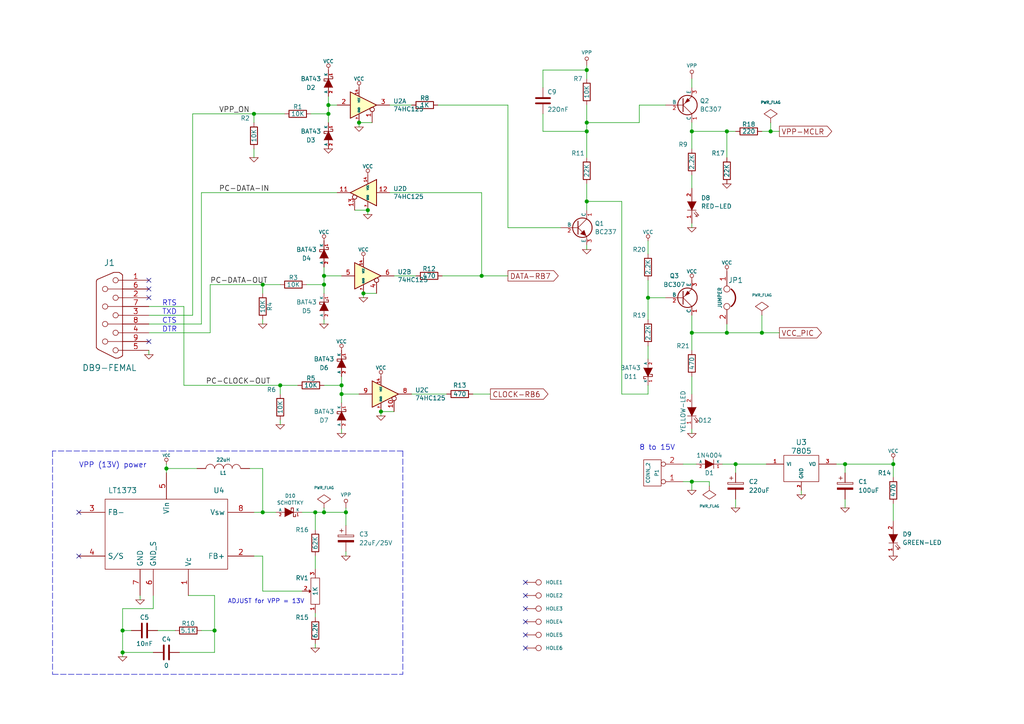
<source format=kicad_sch>
(kicad_sch (version 20241209) (generator "eeschema") (generator_version "9.0")
  (paper "A4")
  (title_block (title "JDM - COM84 PIC Programmer with 13V DC/DC converter") (date "Sun 22 Mar 2015") (rev "2") (company "KiCad"))
  (lib_symbols
    (symbol "flat_hierarchy_schlib:74LS125" (pin_names (offset 0.254))
      (property "Reference" "U" (at 5.08 3.81 0))
      (property "Value" "74LS125" (at 7.62 -2.54 0))
      (symbol "74LS125_0_0"
        (pin power_in line (at -1.27 5.08 270) (length 2.54) (name "VCC") (number "14"))
        (pin power_in line (at -1.27 -5.08 90) (length 2.54) (name "GND") (number "7"))
      )
      (symbol "74LS125_1_0"
        (polyline (pts (xy -3.81 3.81) (xy -3.81 -3.81) (xy 3.81 0) (xy -3.81 3.81)) (stroke (width 0.254)) (fill (type background)))
        (pin input line (at -7.62 0 0) (length 3.81) (name "~") (number "2"))
        (pin input inverted (at 2.54 -5.08 90) (length 4.445) (name "~") (number "1"))
        (pin tri_state line (at 7.62 0 180) (length 3.81) (name "~") (number "3"))
      )
      (symbol "74LS125_2_0"
        (polyline (pts (xy -3.81 3.81) (xy -3.81 -3.81) (xy 3.81 0) (xy -3.81 3.81)) (stroke (width 0.254)) (fill (type background)))
        (pin input line (at -7.62 0 0) (length 3.81) (name "~") (number "5"))
        (pin input inverted (at 2.54 -5.08 90) (length 4.445) (name "~") (number "4"))
        (pin tri_state line (at 7.62 0 180) (length 3.81) (name "~") (number "6"))
      )
      (symbol "74LS125_3_0"
        (polyline (pts (xy -3.81 3.81) (xy -3.81 -3.81) (xy 3.81 0) (xy -3.81 3.81)) (stroke (width 0.254)) (fill (type background)))
        (pin input line (at -7.62 0 0) (length 3.81) (name "~") (number "9"))
        (pin input inverted (at 2.54 -5.08 90) (length 4.445) (name "~") (number "10"))
        (pin tri_state line (at 7.62 0 180) (length 3.81) (name "~") (number "8"))
      )
      (symbol "74LS125_4_0"
        (polyline (pts (xy -3.81 3.81) (xy -3.81 -3.81) (xy 3.81 0) (xy -3.81 3.81)) (stroke (width 0.254)) (fill (type background)))
        (pin input line (at -7.62 0 0) (length 3.81) (name "~") (number "12"))
        (pin input inverted (at 2.54 -5.08 90) (length 4.445) (name "~") (number "13"))
        (pin tri_state line (at 7.62 0 180) (length 3.81) (name "~") (number "11"))
      )
    )
    (symbol "flat_hierarchy_schlib:7805" (pin_names (offset 0.762))
      (property "Reference" "U" (at 3.81 -4.9784 0))
      (property "Value" "7805" (at 0 5.08 0))
      (symbol "7805_0_1"
        (rectangle (start -5.08 -3.81) (end 5.08 3.81))
      )
      (symbol "7805_1_1"
        (pin input line (at -10.16 1.27 0) (length 5.08) (name "VI") (number "1"))
        (pin input line (at 0 -6.35 90) (length 2.54) (name "GND") (number "2"))
        (pin power_out line (at 10.16 1.27 180) (length 5.08) (name "VO") (number "3"))
      )
    )
    (symbol "flat_hierarchy_schlib:BC237" (pin_names (offset 0))
      (property "Reference" "Q" (at 0 -3.81 0))
      (property "Value" "BC237" (at 0 3.81 0))
      (property "Footprint" "Package_TO_SOT_THT:TO-92" (at -2.54 -5.08 0))
      (symbol "BC237_0_1"
        (polyline (pts (xy 0 1.905) (xy 0 -1.905) (xy 0 -1.905)) (stroke (width 0.254)))
        (polyline (pts (xy 0 0) (xy 2.54 2.54)))
        (circle (center 1.27 0) (radius 2.8194) (stroke (width 0.254)))
        (polyline (pts (xy 1.27 -1.27) (xy 0 0) (xy 0 0)))
        (polyline (pts (xy 2.286 -2.286) (xy 1.778 -0.762) (xy 0.762 -1.778) (xy 2.286 -2.286) (xy 2.286 -2.286)) (fill (type outline)))
        (polyline (pts (xy 2.286 -2.286) (xy 2.54 -2.54) (xy 2.54 -2.54)))
      )
      (symbol "BC237_1_1"
        (pin input line (at -5.08 0 0) (length 5.08) (name "B") (number "2"))
        (pin passive line (at 2.54 5.08 270) (length 2.54) (name "C") (number "1"))
        (pin passive line (at 2.54 -5.08 90) (length 2.54) (name "E") (number "3"))
      )
    )
    (symbol "flat_hierarchy_schlib:BC307" (pin_names (offset 0))
      (property "Reference" "Q" (at 0 -3.81 0))
      (property "Value" "BC307" (at 0 3.81 0))
      (property "Footprint" "Package_TO_SOT_THT:TO-92" (at -2.54 -5.08 0))
      (symbol "BC307_0_1"
        (polyline (pts (xy 0 1.905) (xy 0 -1.905) (xy 0 -1.905)) (stroke (width 0.254)) (fill (type outline)))
        (polyline (pts (xy 0 0) (xy 2.54 2.54)))
        (polyline (pts (xy 0.635 -0.635) (xy 0 0) (xy 0 0)))
        (polyline (pts (xy 0.635 -0.635) (xy 1.27 -1.905) (xy 1.905 -1.27) (xy 0.635 -0.635) (xy 0.635 -0.635)) (fill (type outline)))
        (circle (center 1.27 0) (radius 2.8194) (stroke (width 0.254)))
        (polyline (pts (xy 2.54 -2.54) (xy 1.651 -1.651) (xy 1.651 -1.651)))
      )
      (symbol "BC307_1_1"
        (pin input line (at -5.08 0 0) (length 5.08) (name "B") (number "2"))
        (pin passive line (at 2.54 5.08 270) (length 2.54) (name "C") (number "1"))
        (pin passive line (at 2.54 -5.08 90) (length 2.54) (name "E") (number "3"))
      )
    )
    (symbol "flat_hierarchy_schlib:C" (pin_numbers (hide yes)) (pin_names (offset 0.254))
      (property "Reference" "C" (at 0.635 2.54 0))
      (property "Value" "C" (at 0.635 -2.54 0))
      (symbol "C_0_1"
        (polyline (pts (xy -2.032 0.762) (xy 2.032 0.762)) (stroke (width 0.508)))
        (polyline (pts (xy -2.032 -0.762) (xy 2.032 -0.762)) (stroke (width 0.508)))
      )
      (symbol "C_1_1"
        (pin passive line (at 0 3.81 270) (length 2.794) (name "~") (number "1"))
        (pin passive line (at 0 -3.81 90) (length 2.794) (name "~") (number "2"))
      )
    )
    (symbol "flat_hierarchy_schlib:CONN_1" (pin_numbers (hide yes)) (pin_names (offset 0.762) (hide yes))
      (property "Reference" "P" (at 2.032 0 0))
      (symbol "CONN_1_0_1"
        (polyline (pts (xy -0.762 0) (xy -1.27 0)))
        (circle (center 0 0) (radius 0.7874))
      )
      (symbol "CONN_1_1_1"
        (pin passive line (at -3.81 0 0) (length 2.54) (name "1") (number "~"))
      )
    )
    (symbol "flat_hierarchy_schlib:CONN_2" (pin_names (offset 1.016) (hide yes))
      (property "Reference" "P" (at -1.27 0 90))
      (property "Value" "CONN_2" (at 1.27 0 90))
      (symbol "CONN_2_0_1"
        (rectangle (start -2.54 3.81) (end 2.54 -3.81))
      )
      (symbol "CONN_2_1_1"
        (pin passive inverted (at -8.89 2.54 0) (length 6.35) (name "P1") (number "1"))
        (pin passive inverted (at -8.89 -2.54 0) (length 6.35) (name "PM") (number "2"))
      )
    )
    (symbol "flat_hierarchy_schlib:CP" (pin_numbers (hide yes)) (pin_names (offset 0.254))
      (property "Reference" "C" (at 0.635 2.54 0))
      (property "Value" "CP" (at 0.635 -2.54 0))
      (symbol "CP_0_1"
        (rectangle (start -2.286 0.508) (end 2.286 0.508))
        (rectangle (start -2.286 0.508) (end -2.286 1.016))
        (rectangle (start -1.778 2.286) (end -0.762 2.286))
        (rectangle (start -1.27 1.778) (end -1.27 2.794))
        (rectangle (start 2.286 1.016) (end 2.286 0.508))
        (rectangle (start 2.286 1.016) (end -2.286 1.016))
        (rectangle (start 2.286 -0.508) (end -2.286 -1.016) (fill (type outline)))
      )
      (symbol "CP_1_1"
        (pin passive line (at 0 3.81 270) (length 2.794) (name "~") (number "1"))
        (pin passive line (at 0 -3.81 90) (length 2.794) (name "~") (number "2"))
      )
    )
    (symbol "flat_hierarchy_schlib:D" (pin_names (offset 0))
      (property "Reference" "D" (at 0 2.54 0))
      (property "Value" "D" (at 0 -2.54 0))
      (symbol "D_0_1"
        (polyline (pts (xy -1.27 1.27) (xy -1.27 -1.27)) (stroke (width 0.1524)))
        (polyline (pts (xy 1.27 1.27) (xy -1.27 0) (xy 1.27 -1.27)) (fill (type outline)))
      )
      (symbol "D_1_1"
        (pin passive line (at -3.81 0 0) (length 2.54) (name "K") (number "1"))
        (pin passive line (at 3.81 0 180) (length 2.54) (name "A") (number "2"))
      )
    )
    (symbol "flat_hierarchy_schlib:DB9" (pin_names (offset 1.016) (hide yes))
      (property "Reference" "J" (at 0 13.97 0))
      (property "Value" "DB9" (at 0 -13.97 0))
      (symbol "DB9_0_1"
        (polyline (pts (xy -3.81 10.16) (xy -2.54 10.16)))
        (polyline (pts (xy -3.81 7.62) (xy 0.508 7.62)))
        (polyline (pts (xy -3.81 5.08) (xy -2.54 5.08)))
        (polyline (pts (xy -3.81 2.54) (xy 0.508 2.54)))
        (polyline (pts (xy -3.81 0) (xy -2.54 0)))
        (polyline (pts (xy -3.81 -2.54) (xy 0.508 -2.54)))
        (polyline (pts (xy -3.81 -5.08) (xy -2.54 -5.08)))
        (polyline (pts (xy -3.81 -7.62) (xy 0.508 -7.62)))
        (polyline (pts (xy -3.81 -10.16) (xy -2.54 -10.16)))
        (polyline (pts (xy -3.81 -11.6586) (xy -3.556 -11.938)) (stroke (width 0.2032)))
        (polyline (pts (xy -3.81 -11.684) (xy -3.81 11.684)) (stroke (width 0.2032)))
        (polyline (pts (xy -3.556 11.938) (xy -3.81 11.684)) (stroke (width 0.2032)))
        (polyline (pts (xy -3.556 11.938) (xy -2.54 12.446)) (stroke (width 0.2032)))
        (polyline (pts (xy -3.556 -11.938) (xy -2.794 -12.446)) (stroke (width 0.2032)))
        (polyline (pts (xy -2.794 -12.446) (xy -1.27 -12.446)) (stroke (width 0.2032)))
        (polyline (pts (xy -2.54 12.446) (xy -1.778 12.446)) (stroke (width 0.2032)))
        (circle (center -1.778 10.16) (radius 0.762))
        (circle (center -1.778 5.08) (radius 0.762))
        (circle (center -1.778 0) (radius 0.762))
        (circle (center -1.778 -5.08) (radius 0.762))
        (circle (center -1.778 -10.16) (radius 0.762))
        (circle (center 1.27 7.62) (radius 0.762))
        (circle (center 1.27 2.54) (radius 0.762))
        (circle (center 1.27 -2.54) (radius 0.762))
        (circle (center 1.27 -7.62) (radius 0.762))
        (polyline (pts (xy 3.2766 9.906) (xy -1.778 12.446)) (stroke (width 0.2032)))
        (polyline (pts (xy 3.2766 9.906) (xy 3.81 9.398)) (stroke (width 0.2032)))
        (polyline (pts (xy 3.556 -10.3886) (xy -1.27 -12.446)) (stroke (width 0.2032)))
        (polyline (pts (xy 3.81 9.398) (xy 3.81 -9.906)) (stroke (width 0.2032)))
        (polyline (pts (xy 3.81 -9.906) (xy 3.556 -10.3886)) (stroke (width 0.2032)))
      )
      (symbol "DB9_1_1"
        (pin passive line (at -11.43 10.16 0) (length 7.62) (name "5") (number "5"))
        (pin passive line (at -11.43 7.62 0) (length 7.62) (name "P9") (number "9"))
        (pin passive line (at -11.43 5.08 0) (length 7.62) (name "4") (number "4"))
        (pin passive line (at -11.43 2.54 0) (length 7.62) (name "P8") (number "8"))
        (pin passive line (at -11.43 0 0) (length 7.62) (name "3") (number "3"))
        (pin passive line (at -11.43 -2.54 0) (length 7.62) (name "P7") (number "7"))
        (pin passive line (at -11.43 -5.08 0) (length 7.62) (name "2") (number "2"))
        (pin passive line (at -11.43 -7.62 0) (length 7.62) (name "P6") (number "6"))
        (pin passive line (at -11.43 -10.16 0) (length 7.62) (name "1") (number "1"))
      )
    )
    (symbol "flat_hierarchy_schlib:D_Schottky" (pin_names (offset 0))
      (property "Reference" "D" (at 0 2.54 0))
      (property "Value" "D_Schottky" (at 0 -2.54 0))
      (symbol "D_Schottky_0_1"
        (polyline (pts (xy -1.905 0.635) (xy -1.905 1.27) (xy -1.27 1.27) (xy -1.27 -1.27) (xy -0.635 -1.27) (xy -0.635 -0.635)) (stroke (width 0.2032)))
        (polyline (pts (xy 1.27 1.27) (xy -1.27 0) (xy 1.27 -1.27)) (fill (type outline)))
      )
      (symbol "D_Schottky_1_1"
        (pin passive line (at -3.81 0 0) (length 2.54) (name "K") (number "1"))
        (pin passive line (at 3.81 0 180) (length 2.54) (name "A") (number "2"))
      )
    )
    (symbol "flat_hierarchy_schlib:GND" (power) (pin_names (offset 0))
      (symbol "GND_0_1"
        (polyline (pts (xy -1.27 0) (xy 0 -1.27) (xy 1.27 0) (xy -1.27 0)))
      )
      (symbol "GND_1_1"
        (pin power_in line (at 0 0 90) (length 0) (hide yes) (name "GND") (number "1"))
      )
    )
    (symbol "flat_hierarchy_schlib:INDUCTOR" (pin_numbers (hide yes)) (pin_names (offset 1.016) (hide yes))
      (property "Reference" "L" (at -1.27 0 90))
      (property "Value" "INDUCTOR" (at 2.54 0 90))
      (symbol "INDUCTOR_0_1"
        (arc (start 0.0254 4.9784) (mid 1.1942 3.7719) (end 0.0254 2.5654))
        (arc (start 0.0254 2.5908) (mid 1.2704 1.3081) (end 0.0254 0.0254))
        (arc (start 0.0254 0.0508) (mid 1.2704 -1.2319) (end 0.0254 -2.5146))
        (arc (start 0.0254 -2.54) (mid 1.245 -3.7973) (end 0.0254 -5.0546))
      )
      (symbol "INDUCTOR_1_1"
        (pin passive line (at 0 7.62 270) (length 2.54) (name "1") (number "1"))
        (pin passive line (at 0 -7.62 90) (length 2.54) (name "2") (number "2"))
      )
    )
    (symbol "flat_hierarchy_schlib:JUMPER" (pin_names (offset 0.762) (hide yes))
      (property "Reference" "JP" (at 0 3.81 0))
      (property "Value" "JUMPER" (at 0 -2.032 0))
      (symbol "JUMPER_0_1"
        (circle (center -2.54 0) (radius 0.889))
        (arc (start -2.4892 1.27) (mid 0.0127 2.5097) (end 2.5146 1.27) (stroke (width 0.381)))
        (circle (center 2.54 0) (radius 0.889))
        (pin passive line (at -7.62 0 0) (length 4.191) (name "1") (number "1"))
        (pin passive line (at 7.62 0 180) (length 4.191) (name "2") (number "2"))
      )
    )
    (symbol "flat_hierarchy_schlib:LED" (pin_names (offset 1.016) (hide yes))
      (property "Reference" "D" (at 0 2.54 0))
      (property "Value" "LED" (at 0 -2.54 0))
      (symbol "LED_0_1"
        (polyline (pts (xy -2.032 -0.635) (xy -3.175 -1.651) (xy -3.048 -1.016)))
        (polyline (pts (xy -1.651 -1.016) (xy -2.794 -2.032) (xy -2.667 -1.397)))
        (polyline (pts (xy -1.27 1.27) (xy -1.27 -1.27)))
        (polyline (pts (xy 1.27 1.27) (xy -1.27 0) (xy 1.27 -1.27)) (fill (type outline)))
      )
      (symbol "LED_1_1"
        (pin passive line (at -5.08 0 0) (length 3.81) (name "K") (number "1"))
        (pin passive line (at 5.08 0 180) (length 3.81) (name "A") (number "2"))
      )
    )
    (symbol "flat_hierarchy_schlib:LT1373" (pin_names (offset 0.762))
      (property "Reference" "U" (at 15.24 12.7 0))
      (property "Value" "LT1373" (at -12.7 12.7 0))
      (symbol "LT1373_0_1"
        (rectangle (start -17.78 -10.16) (end 17.78 10.16))
      )
      (symbol "LT1373_1_1"
        (pin passive line (at -25.4 6.35 0) (length 7.62) (name "FB-") (number "3"))
        (pin passive line (at -25.4 -6.35 0) (length 7.62) (name "S/S") (number "4"))
        (pin input line (at -7.62 -17.78 90) (length 7.62) (name "GND") (number "7"))
        (pin input line (at -3.81 -17.78 90) (length 7.62) (name "GND_S") (number "6"))
        (pin power_in line (at 0 17.78 270) (length 7.62) (name "Vin") (number "5"))
        (pin input line (at 6.35 -17.78 90) (length 7.62) (name "Vc") (number "1"))
        (pin input line (at 25.4 6.35 180) (length 7.62) (name "Vsw") (number "8"))
        (pin input line (at 25.4 -6.35 180) (length 7.62) (name "FB+") (number "2"))
      )
    )
    (symbol "flat_hierarchy_schlib:POT" (pin_names (offset 1.016) (hide yes))
      (property "Reference" "RV" (at 0 -2.54 0))
      (property "Value" "POT" (at 0 0 0))
      (symbol "POT_0_1"
        (rectangle (start -3.81 1.27) (end 3.81 -1.27))
        (polyline (pts (xy 0 1.27) (xy -0.508 1.778) (xy 0.508 1.778)) (fill (type outline)))
      )
      (symbol "POT_1_1"
        (pin passive line (at -6.35 0 0) (length 2.54) (name "1") (number "1"))
        (pin passive line (at 0 3.81 270) (length 2.032) (name "2") (number "2"))
        (pin passive line (at 6.35 0 180) (length 2.54) (name "3") (number "3"))
      )
    )
    (symbol "flat_hierarchy_schlib:PWR_FLAG" (power) (pin_numbers (hide yes)) (pin_names (offset 0) (hide yes))
      (property "Value" "PWR_FLAG" (at 0 4.572 0))
      (symbol "PWR_FLAG_0_0"
        (pin power_out line (at 0 0 90) (length 0) (name "pwr") (number "1"))
      )
      (symbol "PWR_FLAG_0_1"
        (polyline (pts (xy 0 0) (xy 0 1.27) (xy -1.905 2.54) (xy 0 3.81) (xy 1.905 2.54) (xy 0 1.27)))
      )
    )
    (symbol "flat_hierarchy_schlib:R" (pin_numbers (hide yes)) (pin_names (offset 0))
      (property "Reference" "R" (at 2.032 0 90))
      (property "Value" "R" (at 0 0 90))
      (symbol "R_0_1"
        (rectangle (start -1.016 -2.54) (end 1.016 2.54) (stroke (width 0.254)))
      )
      (symbol "R_1_1"
        (pin passive line (at 0 3.81 270) (length 1.27) (name "~") (number "1"))
        (pin passive line (at 0 -3.81 90) (length 1.27) (name "~") (number "2"))
      )
    )
    (symbol "flat_hierarchy_schlib:VCC" (power) (pin_names (offset 0))
      (property "Value" "VCC" (at 0 2.54 0))
      (symbol "VCC_0_0"
        (pin power_in line (at 0 0 90) (length 0) (hide yes) (name "VCC") (number "1"))
      )
      (symbol "VCC_0_1"
        (circle (center 0 1.27) (radius 0.508))
        (polyline (pts (xy 0 0) (xy 0 0.762) (xy 0 0.762)))
      )
    )
    (symbol "flat_hierarchy_schlib:VPP" (pin_names (offset 0))
      (property "Value" "VPP" (at 0 3.81 0))
      (symbol "VPP_0_0"
        (pin power_in line (at 0 0 90) (length 0) (hide yes) (name "VPP") (number "1"))
      )
      (symbol "VPP_0_1"
        (circle (center 0 2.032) (radius 0.508))
        (polyline (pts (xy 0 1.524) (xy 0 0)))
      )
    )
  )
  (text "TXD" (at 46.99 91.44 0) (effects (font (size 1.524 1.524)) (justify left bottom)))
  (text "CTS" (at 46.99 93.98 0) (effects (font (size 1.524 1.524)) (justify left bottom)))
  (text "DTR" (at 46.99 96.52 0) (effects (font (size 1.524 1.524)) (justify left bottom)))
  (text "VPP (13V) power" (at 22.86 135.89 0) (effects (font (size 1.524 1.524)) (justify left bottom)))
  (text "ADJUST for VPP = 13V" (at 66.04 175.26 0) (effects (font (size 1.27 1.27)) (justify left bottom)))
  (text "RTS" (at 46.99 88.9 0) (effects (font (size 1.524 1.524)) (justify left bottom)))
  (text "8 to 15V" (at 185.42 130.81 0) (effects (font (size 1.524 1.524)) (justify left bottom)))
  (junction (at 76.2 82.55) (diameter 1.016))
  (junction (at 200.66 139.7) (diameter 1.016))
  (junction (at 95.25 30.48) (diameter 1.016))
  (junction (at 110.49 119.38) (diameter 1.016))
  (junction (at 210.82 38.1) (diameter 1.016))
  (junction (at 210.82 96.52) (diameter 1.016))
  (junction (at 170.18 20.32) (diameter 1.016))
  (junction (at 139.7 80.01) (diameter 1.016))
  (junction (at 259.08 134.62) (diameter 1.016))
  (junction (at 170.18 58.42) (diameter 1.016))
  (junction (at 93.98 80.01) (diameter 1.016))
  (junction (at 170.18 35.56) (diameter 1.016))
  (junction (at 200.66 38.1) (diameter 1.016))
  (junction (at 62.23 182.88) (diameter 1.016))
  (junction (at 93.98 148.59) (diameter 1.016))
  (junction (at 99.06 114.3) (diameter 1.016))
  (junction (at 223.52 38.1) (diameter 1.016))
  (junction (at 35.56 189.23) (diameter 1.016))
  (junction (at 245.11 134.62) (diameter 1.016))
  (junction (at 48.26 135.89) (diameter 1.016))
  (junction (at 76.2 148.59) (diameter 1.016))
  (junction (at 220.98 96.52) (diameter 1.016))
  (junction (at 105.41 85.09) (diameter 1.016))
  (junction (at 73.66 33.02) (diameter 1.016))
  (junction (at 81.28 111.76) (diameter 1.016))
  (junction (at 93.98 82.55) (diameter 1.016))
  (junction (at 187.96 86.36) (diameter 1.016))
  (junction (at 213.36 134.62) (diameter 1.016))
  (junction (at 35.56 182.88) (diameter 1.016))
  (junction (at 170.18 38.1) (diameter 1.016))
  (junction (at 104.14 35.56) (diameter 1.016))
  (junction (at 95.25 33.02) (diameter 1.016))
  (junction (at 200.66 96.52) (diameter 1.016))
  (junction (at 99.06 111.76) (diameter 1.016))
  (junction (at 100.33 148.59) (diameter 1.016))
  (junction (at 106.68 60.96) (diameter 1.016))
  (junction (at 91.44 148.59) (diameter 1.016))
  (no_connect (at 152.4 184.15))
  (no_connect (at 43.18 81.28))
  (no_connect (at 22.86 161.29))
  (no_connect (at 152.4 172.72))
  (no_connect (at 152.4 176.53))
  (no_connect (at 152.4 187.96))
  (no_connect (at 22.86 148.59))
  (no_connect (at 152.4 180.34))
  (no_connect (at 152.4 168.91))
  (no_connect (at 43.18 83.82))
  (no_connect (at 43.18 86.36))
  (no_connect (at 43.18 99.06))
  (wire (pts (xy 113.03 30.48) (xy 119.38 30.48)))
  (wire (pts (xy 220.98 38.1) (xy 223.52 38.1)))
  (wire (pts (xy 200.66 109.22) (xy 200.66 114.3)))
  (wire (pts (xy 93.98 111.76) (xy 99.06 111.76)))
  (wire (pts (xy 53.34 88.9) (xy 43.18 88.9)))
  (wire (pts (xy 102.87 60.96) (xy 106.68 60.96)))
  (wire (pts (xy 35.56 189.23) (xy 35.56 190.5)))
  (wire (pts (xy 87.63 148.59) (xy 91.44 148.59)))
  (wire (pts (xy 139.7 80.01) (xy 147.32 80.01)))
  (wire (pts (xy 73.66 148.59) (xy 76.2 148.59)))
  (wire (pts (xy 76.2 82.55) (xy 81.28 82.55)))
  (wire (pts (xy 210.82 38.1) (xy 213.36 38.1)))
  (wire (pts (xy 81.28 114.3) (xy 81.28 111.76)))
  (wire (pts (xy 73.66 45.72) (xy 73.66 43.18)))
  (wire (pts (xy 55.88 33.02) (xy 73.66 33.02)))
  (wire (pts (xy 245.11 134.62) (xy 245.11 137.16)))
  (polyline (pts (xy 15.24 195.58) (xy 116.84 195.58)) (stroke (width 0) (type dash)))
  (wire (pts (xy 110.49 120.65) (xy 110.49 119.38)))
  (wire (pts (xy 93.98 77.47) (xy 93.98 80.01)))
  (wire (pts (xy 200.66 96.52) (xy 200.66 101.6)))
  (wire (pts (xy 105.41 85.09) (xy 105.41 86.36)))
  (wire (pts (xy 187.96 86.36) (xy 187.96 92.71)))
  (wire (pts (xy 180.34 114.3) (xy 180.34 58.42)))
  (wire (pts (xy 200.66 124.46) (xy 200.66 125.73)))
  (wire (pts (xy 93.98 82.55) (xy 93.98 85.09)))
  (wire (pts (xy 210.82 96.52) (xy 220.98 96.52)))
  (wire (pts (xy 187.96 81.28) (xy 187.96 86.36)))
  (wire (pts (xy 100.33 161.29) (xy 100.33 160.02)))
  (wire (pts (xy 99.06 111.76) (xy 99.06 114.3)))
  (wire (pts (xy 245.11 144.78) (xy 245.11 147.32)))
  (wire (pts (xy 58.42 55.88) (xy 97.79 55.88)))
  (wire (pts (xy 76.2 148.59) (xy 80.01 148.59)))
  (wire (pts (xy 232.41 143.51) (xy 232.41 142.24)))
  (wire (pts (xy 200.66 38.1) (xy 200.66 43.18)))
  (wire (pts (xy 200.66 50.8) (xy 200.66 54.61)))
  (wire (pts (xy 62.23 172.72) (xy 62.23 182.88)))
  (wire (pts (xy 58.42 182.88) (xy 62.23 182.88)))
  (wire (pts (xy 91.44 161.29) (xy 91.44 165.1)))
  (wire (pts (xy 170.18 30.48) (xy 170.18 35.56)))
  (wire (pts (xy 60.96 82.55) (xy 60.96 96.52)))
  (wire (pts (xy 60.96 96.52) (xy 43.18 96.52)))
  (wire (pts (xy 73.66 35.56) (xy 73.66 33.02)))
  (wire (pts (xy 110.49 119.38) (xy 114.3 119.38)))
  (wire (pts (xy 95.25 30.48) (xy 95.25 33.02)))
  (wire (pts (xy 170.18 53.34) (xy 170.18 58.42)))
  (wire (pts (xy 76.2 92.71) (xy 76.2 93.98)))
  (wire (pts (xy 185.42 30.48) (xy 185.42 35.56)))
  (wire (pts (xy 259.08 134.62) (xy 259.08 138.43)))
  (wire (pts (xy 100.33 147.32) (xy 100.33 148.59)))
  (wire (pts (xy 223.52 35.56) (xy 223.52 38.1)))
  (wire (pts (xy 91.44 148.59) (xy 91.44 153.67)))
  (wire (pts (xy 93.98 147.32) (xy 93.98 148.59)))
  (wire (pts (xy 223.52 38.1) (xy 226.06 38.1)))
  (wire (pts (xy 53.34 111.76) (xy 53.34 88.9)))
  (wire (pts (xy 62.23 182.88) (xy 62.23 189.23)))
  (wire (pts (xy 95.25 27.94) (xy 95.25 30.48)))
  (wire (pts (xy 99.06 125.73) (xy 99.06 124.46)))
  (wire (pts (xy 90.17 33.02) (xy 95.25 33.02)))
  (wire (pts (xy 35.56 182.88) (xy 38.1 182.88)))
  (wire (pts (xy 35.56 176.53) (xy 35.56 182.88)))
  (wire (pts (xy 187.96 114.3) (xy 180.34 114.3)))
  (wire (pts (xy 245.11 134.62) (xy 259.08 134.62)))
  (wire (pts (xy 99.06 109.22) (xy 99.06 111.76)))
  (wire (pts (xy 76.2 135.89) (xy 76.2 148.59)))
  (wire (pts (xy 209.55 134.62) (xy 213.36 134.62)))
  (wire (pts (xy 242.57 134.62) (xy 245.11 134.62)))
  (wire (pts (xy 95.25 30.48) (xy 97.79 30.48)))
  (wire (pts (xy 104.14 35.56) (xy 107.95 35.56)))
  (wire (pts (xy 157.48 33.02) (xy 157.48 38.1)))
  (wire (pts (xy 44.45 176.53) (xy 35.56 176.53)))
  (wire (pts (xy 44.45 172.72) (xy 44.45 176.53)))
  (wire (pts (xy 210.82 96.52) (xy 210.82 93.98)))
  (wire (pts (xy 127 30.48) (xy 147.32 30.48)))
  (wire (pts (xy 88.9 82.55) (xy 93.98 82.55)))
  (wire (pts (xy 100.33 148.59) (xy 100.33 152.4)))
  (wire (pts (xy 193.04 30.48) (xy 185.42 30.48)))
  (wire (pts (xy 170.18 38.1) (xy 170.18 45.72)))
  (wire (pts (xy 220.98 96.52) (xy 220.98 91.44)))
  (wire (pts (xy 198.12 139.7) (xy 200.66 139.7)))
  (wire (pts (xy 205.74 139.7) (xy 205.74 140.97)))
  (wire (pts (xy 170.18 20.32) (xy 170.18 22.86)))
  (wire (pts (xy 200.66 96.52) (xy 210.82 96.52)))
  (wire (pts (xy 170.18 58.42) (xy 170.18 60.96)))
  (wire (pts (xy 95.25 33.02) (xy 95.25 35.56)))
  (wire (pts (xy 113.03 55.88) (xy 139.7 55.88)))
  (wire (pts (xy 200.66 38.1) (xy 210.82 38.1)))
  (wire (pts (xy 73.66 161.29) (xy 76.2 161.29)))
  (polyline (pts (xy 15.24 130.81) (xy 15.24 195.58)) (stroke (width 0) (type dash)))
  (wire (pts (xy 48.26 134.62) (xy 48.26 135.89)))
  (wire (pts (xy 200.66 91.44) (xy 200.66 96.52)))
  (wire (pts (xy 91.44 177.8) (xy 91.44 179.07)))
  (wire (pts (xy 200.66 35.56) (xy 200.66 38.1)))
  (wire (pts (xy 147.32 30.48) (xy 147.32 66.04)))
  (wire (pts (xy 170.18 19.05) (xy 170.18 20.32)))
  (wire (pts (xy 185.42 35.56) (xy 170.18 35.56)))
  (wire (pts (xy 198.12 134.62) (xy 201.93 134.62)))
  (wire (pts (xy 55.88 33.02) (xy 55.88 91.44)))
  (wire (pts (xy 91.44 187.96) (xy 91.44 186.69)))
  (polyline (pts (xy 116.84 130.81) (xy 15.24 130.81)) (stroke (width 0) (type dash)))
  (wire (pts (xy 53.34 111.76) (xy 81.28 111.76)))
  (wire (pts (xy 104.14 114.3) (xy 99.06 114.3)))
  (wire (pts (xy 114.3 80.01) (xy 120.65 80.01)))
  (wire (pts (xy 157.48 25.4) (xy 157.48 20.32)))
  (wire (pts (xy 52.07 189.23) (xy 62.23 189.23)))
  (wire (pts (xy 91.44 148.59) (xy 93.98 148.59)))
  (wire (pts (xy 200.66 25.4) (xy 200.66 22.86)))
  (wire (pts (xy 139.7 55.88) (xy 139.7 80.01)))
  (wire (pts (xy 119.38 114.3) (xy 129.54 114.3)))
  (wire (pts (xy 106.68 62.23) (xy 106.68 60.96)))
  (wire (pts (xy 58.42 93.98) (xy 58.42 55.88)))
  (wire (pts (xy 187.96 69.85) (xy 187.96 73.66)))
  (wire (pts (xy 259.08 146.05) (xy 259.08 151.13)))
  (wire (pts (xy 73.66 33.02) (xy 82.55 33.02)))
  (wire (pts (xy 93.98 148.59) (xy 100.33 148.59)))
  (wire (pts (xy 142.24 114.3) (xy 137.16 114.3)))
  (wire (pts (xy 105.41 85.09) (xy 109.22 85.09)))
  (wire (pts (xy 259.08 133.35) (xy 259.08 134.62)))
  (wire (pts (xy 157.48 20.32) (xy 170.18 20.32)))
  (wire (pts (xy 60.96 82.55) (xy 76.2 82.55)))
  (wire (pts (xy 193.04 86.36) (xy 187.96 86.36)))
  (wire (pts (xy 128.27 80.01) (xy 139.7 80.01)))
  (wire (pts (xy 45.72 182.88) (xy 50.8 182.88)))
  (wire (pts (xy 147.32 66.04) (xy 162.56 66.04)))
  (wire (pts (xy 170.18 58.42) (xy 180.34 58.42)))
  (wire (pts (xy 200.66 64.77) (xy 200.66 66.04)))
  (wire (pts (xy 213.36 144.78) (xy 213.36 147.32)))
  (wire (pts (xy 48.26 135.89) (xy 57.15 135.89)))
  (wire (pts (xy 93.98 80.01) (xy 93.98 82.55)))
  (wire (pts (xy 213.36 134.62) (xy 213.36 137.16)))
  (wire (pts (xy 187.96 111.76) (xy 187.96 114.3)))
  (wire (pts (xy 76.2 82.55) (xy 76.2 85.09)))
  (wire (pts (xy 187.96 100.33) (xy 187.96 104.14)))
  (wire (pts (xy 93.98 93.98) (xy 93.98 92.71)))
  (polyline (pts (xy 116.84 130.81) (xy 116.84 195.58)) (stroke (width 0) (type dash)))
  (wire (pts (xy 99.06 80.01) (xy 93.98 80.01)))
  (wire (pts (xy 81.28 123.19) (xy 81.28 121.92)))
  (wire (pts (xy 76.2 171.45) (xy 87.63 171.45)))
  (wire (pts (xy 55.88 91.44) (xy 43.18 91.44)))
  (wire (pts (xy 54.61 172.72) (xy 62.23 172.72)))
  (wire (pts (xy 170.18 35.56) (xy 170.18 38.1)))
  (wire (pts (xy 200.66 139.7) (xy 205.74 139.7)))
  (wire (pts (xy 72.39 135.89) (xy 76.2 135.89)))
  (wire (pts (xy 43.18 102.87) (xy 43.18 101.6)))
  (wire (pts (xy 200.66 142.24) (xy 200.66 139.7)))
  (wire (pts (xy 76.2 161.29) (xy 76.2 171.45)))
  (wire (pts (xy 104.14 36.83) (xy 104.14 35.56)))
  (wire (pts (xy 35.56 182.88) (xy 35.56 189.23)))
  (wire (pts (xy 81.28 111.76) (xy 86.36 111.76)))
  (wire (pts (xy 43.18 93.98) (xy 58.42 93.98)))
  (wire (pts (xy 99.06 114.3) (xy 99.06 116.84)))
  (wire (pts (xy 40.64 173.99) (xy 40.64 172.72)))
  (wire (pts (xy 220.98 96.52) (xy 226.06 96.52)))
  (wire (pts (xy 170.18 72.39) (xy 170.18 71.12)))
  (wire (pts (xy 157.48 38.1) (xy 170.18 38.1)))
  (wire (pts (xy 213.36 134.62) (xy 222.25 134.62)))
  (wire (pts (xy 35.56 189.23) (xy 44.45 189.23)))
  (wire (pts (xy 48.26 135.89) (xy 48.26 137.16)))
  (wire (pts (xy 210.82 38.1) (xy 210.82 45.72)))
  (label "PC-CLOCK-OUT" (at 59.69 111.76 0) (effects (font (size 1.524 1.524))))
  (label "PC-DATA-OUT" (at 60.96 82.55 0) (effects (font (size 1.524 1.524))))
  (label "VPP_ON" (at 63.5 33.02 0) (effects (font (size 1.524 1.524))))
  (label "PC-DATA-IN" (at 63.5 55.88 0) (effects (font (size 1.524 1.524))))
  (global_label "VCC_PIC" (shape output) (at 226.06 96.52 0) (effects (font (size 1.524 1.524))) (property "Intersheetrefs" "${INTERSHEET_REFS}" (at 238.1307 96.52 0) (effects (justify left))))
  (global_label "CLOCK-RB6" (shape output) (at 142.24 114.3 0) (effects (font (size 1.524 1.524))) (property "Intersheetrefs" "${INTERSHEET_REFS}" (at 158.8102 114.3 0) (effects (justify left))))
  (global_label "VPP-MCLR" (shape output) (at 226.06 38.1 0) (effects (font (size 1.524 1.524))) (property "Intersheetrefs" "${INTERSHEET_REFS}" (at 241.1062 38.1 0) (effects (justify left))))
  (global_label "DATA-RB7" (shape output) (at 147.32 80.01 0) (effects (font (size 1.524 1.524))) (property "Intersheetrefs" "${INTERSHEET_REFS}" (at 161.7856 80.01 0) (effects (justify left))))
  (symbol (lib_id "flat_hierarchy_schlib:DB9") (at 31.75 91.44 180) (unit 1)
    (property "Reference" "J1" (at 31.75 76.2 0) (effects (font (size 1.778 1.778))))
    (property "Value" "DB9-FEMAL" (at 31.75 106.68 0) (effects (font (size 1.778 1.778))))
    (property "Footprint" "Connector_Dsub:DSUB-9_Female_Horizontal_P2.77x2.84mm_EdgePinOffset7.70mm_Housed_MountingHolesOffset9.12mm" (effects (hide yes)))
  )
  (symbol (lib_id "flat_hierarchy_schlib:74LS125") (at 105.41 30.48 0) (unit 1)
    (property "Reference" "U2" (at 114.0461 29.3306 0) (effects (justify left)))
    (property "Value" "74HC125" (at 114.0461 31.6293 0) (effects (justify left)))
    (property "Footprint" "Package_DIP:DIP-14_W7.62mm_LongPads" (effects (hide yes)))
  )
  (symbol (lib_id "flat_hierarchy_schlib:R") (at 86.36 33.02 90) (unit 1)
    (property "Reference" "R1" (at 86.36 30.988 90))
    (property "Value" "10K" (at 86.36 33.02 90))
    (property "Footprint" "pic_programmer_fp:R_Axial_DIN0207_L6.3mm_D2.5mm_P10.16mm_Horizontal" (effects (hide yes)))
  )
  (symbol (lib_id "flat_hierarchy_schlib:R") (at 73.66 39.37 0) (unit 1)
    (property "Reference" "R2" (at 71.12 34.29 0))
    (property "Value" "10K" (at 73.66 39.37 90))
    (property "Footprint" "pic_programmer_fp:R_Axial_DIN0207_L6.3mm_D2.5mm_P10.16mm_Horizontal" (effects (hide yes)))
  )
  (symbol (lib_id "flat_hierarchy_schlib:D_Schottky") (at 95.25 24.13 270) (unit 1)
    (property "Reference" "D2" (at 90.17 25.4 90))
    (property "Value" "BAT43" (at 90.17 22.86 90))
    (property "Footprint" "pic_programmer_fp:D_DO-35_SOD27_P7.62mm_Horizontal" (effects (hide yes)))
  )
  (symbol (lib_id "flat_hierarchy_schlib:D_Schottky") (at 95.25 39.37 270) (unit 1)
    (property "Reference" "D3" (at 90.17 40.64 90))
    (property "Value" "BAT43" (at 90.17 38.1 90))
    (property "Footprint" "pic_programmer_fp:D_DO-35_SOD27_P7.62mm_Horizontal" (effects (hide yes)))
  )
  (symbol (lib_id "flat_hierarchy_schlib:GND") (at 104.14 36.83 0) (unit 1)
    (property "Reference" "#PWR046" (effects (hide yes)))
    (property "Value" "GND" (effects (hide yes)))
  )
  (symbol (lib_id "flat_hierarchy_schlib:GND") (at 95.25 43.18 0) (unit 1)
    (property "Reference" "#PWR045" (effects (hide yes)))
    (property "Value" "GND" (effects (hide yes)))
  )
  (symbol (lib_id "flat_hierarchy_schlib:VCC") (at 95.25 20.32 0) (unit 1)
    (property "Reference" "#PWR044" (effects (hide yes)))
    (property "Value" "VCC" (at 95.25 17.78 0) (effects (font (size 1.016 1.016))))
  )
  (symbol (lib_id "flat_hierarchy_schlib:74LS125") (at 106.68 80.01 0) (unit 2)
    (property "Reference" "U2" (at 115.3161 78.8606 0) (effects (justify left)))
    (property "Value" "74HC125" (at 115.3161 81.1593 0) (effects (justify left)))
    (property "Footprint" "Package_DIP:DIP-14_W7.62mm_LongPads" (effects (hide yes)))
  )
  (symbol (lib_id "flat_hierarchy_schlib:R") (at 85.09 82.55 90) (unit 1)
    (property "Reference" "R3" (at 85.09 80.518 90))
    (property "Value" "10K" (at 85.09 82.55 90))
    (property "Footprint" "pic_programmer_fp:R_Axial_DIN0207_L6.3mm_D2.5mm_P10.16mm_Horizontal" (effects (hide yes)))
  )
  (symbol (lib_id "flat_hierarchy_schlib:R") (at 76.2 88.9 0) (unit 1)
    (property "Reference" "R4" (at 78.232 88.9 90))
    (property "Value" "10K" (at 76.2 88.9 90))
    (property "Footprint" "pic_programmer_fp:R_Axial_DIN0207_L6.3mm_D2.5mm_P10.16mm_Horizontal" (effects (hide yes)))
  )
  (symbol (lib_id "flat_hierarchy_schlib:D_Schottky") (at 93.98 73.66 270) (unit 1)
    (property "Reference" "D4" (at 88.9 74.93 90))
    (property "Value" "BAT43" (at 88.9 72.39 90))
    (property "Footprint" "pic_programmer_fp:D_DO-35_SOD27_P7.62mm_Horizontal" (effects (hide yes)))
  )
  (symbol (lib_id "flat_hierarchy_schlib:D_Schottky") (at 93.98 88.9 270) (unit 1)
    (property "Reference" "D5" (at 88.9 90.17 90))
    (property "Value" "BAT43" (at 88.9 87.63 90))
    (property "Footprint" "pic_programmer_fp:D_DO-35_SOD27_P7.62mm_Horizontal" (effects (hide yes)))
  )
  (symbol (lib_id "flat_hierarchy_schlib:GND") (at 105.41 86.36 0) (unit 1)
    (property "Reference" "#PWR043" (effects (hide yes)))
    (property "Value" "GND" (effects (hide yes)))
  )
  (symbol (lib_id "flat_hierarchy_schlib:GND") (at 93.98 93.98 0) (unit 1)
    (property "Reference" "#PWR042" (effects (hide yes)))
    (property "Value" "GND" (effects (hide yes)))
  )
  (symbol (lib_id "flat_hierarchy_schlib:VCC") (at 93.98 69.85 0) (unit 1)
    (property "Reference" "#PWR041" (effects (hide yes)))
    (property "Value" "VCC" (at 93.98 67.31 0) (effects (font (size 1.016 1.016))))
  )
  (symbol (lib_id "flat_hierarchy_schlib:74LS125") (at 111.76 114.3 0) (unit 3)
    (property "Reference" "U2" (at 120.3961 113.1506 0) (effects (justify left)))
    (property "Value" "74HC125" (at 120.3961 115.4493 0) (effects (justify left)))
    (property "Footprint" "Package_DIP:DIP-14_W7.62mm_LongPads" (effects (hide yes)))
  )
  (symbol (lib_id "flat_hierarchy_schlib:R") (at 90.17 111.76 90) (unit 1)
    (property "Reference" "R5" (at 90.17 109.728 90))
    (property "Value" "10K" (at 90.17 111.76 90))
    (property "Footprint" "pic_programmer_fp:R_Axial_DIN0207_L6.3mm_D2.5mm_P10.16mm_Horizontal" (effects (hide yes)))
  )
  (symbol (lib_id "flat_hierarchy_schlib:R") (at 81.28 118.11 0) (unit 1)
    (property "Reference" "R6" (at 78.74 113.03 0))
    (property "Value" "10K" (at 81.28 118.11 90))
    (property "Footprint" "pic_programmer_fp:R_Axial_DIN0207_L6.3mm_D2.5mm_P10.16mm_Horizontal" (effects (hide yes)))
  )
  (symbol (lib_id "flat_hierarchy_schlib:D_Schottky") (at 99.06 105.41 270) (unit 1)
    (property "Reference" "D6" (at 93.98 106.68 90))
    (property "Value" "BAT43" (at 93.98 104.14 90))
    (property "Footprint" "pic_programmer_fp:D_DO-35_SOD27_P7.62mm_Horizontal" (effects (hide yes)))
  )
  (symbol (lib_id "flat_hierarchy_schlib:D_Schottky") (at 99.06 120.65 270) (unit 1)
    (property "Reference" "D7" (at 93.98 121.92 90))
    (property "Value" "BAT43" (at 93.98 119.38 90))
    (property "Footprint" "pic_programmer_fp:D_DO-35_SOD27_P7.62mm_Horizontal" (effects (hide yes)))
  )
  (symbol (lib_id "flat_hierarchy_schlib:GND") (at 110.49 120.65 0) (unit 1)
    (property "Reference" "#PWR040" (effects (hide yes)))
    (property "Value" "GND" (effects (hide yes)))
  )
  (symbol (lib_id "flat_hierarchy_schlib:GND") (at 99.06 125.73 0) (unit 1)
    (property "Reference" "#PWR039" (effects (hide yes)))
    (property "Value" "GND" (effects (hide yes)))
  )
  (symbol (lib_id "flat_hierarchy_schlib:VCC") (at 99.06 101.6 0) (unit 1)
    (property "Reference" "#PWR038" (effects (hide yes)))
    (property "Value" "VCC" (at 99.06 99.06 0) (effects (font (size 1.016 1.016))))
  )
  (symbol (lib_id "flat_hierarchy_schlib:74LS125") (at 105.41 55.88 0) (mirror y) (unit 4)
    (property "Reference" "U2" (at 114.0461 54.7306 0) (effects (justify right)))
    (property "Value" "74HC125" (at 114.0461 57.0293 0) (effects (justify right)))
    (property "Footprint" "Package_DIP:DIP-14_W7.62mm_LongPads" (effects (hide yes)))
  )
  (symbol (lib_id "flat_hierarchy_schlib:GND") (at 106.68 62.23 0) (unit 1)
    (property "Reference" "#PWR037" (effects (hide yes)))
    (property "Value" "GND" (effects (hide yes)))
  )
  (symbol (lib_id "flat_hierarchy_schlib:R") (at 124.46 80.01 90) (unit 1)
    (property "Reference" "R12" (at 124.46 77.978 90))
    (property "Value" "470" (at 124.46 80.01 90))
    (property "Footprint" "pic_programmer_fp:R_Axial_DIN0207_L6.3mm_D2.5mm_P10.16mm_Horizontal" (effects (hide yes)))
  )
  (symbol (lib_id "flat_hierarchy_schlib:R") (at 133.35 114.3 90) (unit 1)
    (property "Reference" "R13" (at 133.35 111.76 90))
    (property "Value" "470" (at 133.35 114.3 90))
    (property "Footprint" "pic_programmer_fp:R_Axial_DIN0207_L6.3mm_D2.5mm_P10.16mm_Horizontal" (effects (hide yes)))
  )
  (symbol (lib_id "flat_hierarchy_schlib:R") (at 123.19 30.48 90) (unit 1)
    (property "Reference" "R8" (at 123.19 28.448 90))
    (property "Value" "1K" (at 123.19 30.48 90))
    (property "Footprint" "pic_programmer_fp:R_Axial_DIN0207_L6.3mm_D2.5mm_P10.16mm_Horizontal" (effects (hide yes)))
  )
  (symbol (lib_id "flat_hierarchy_schlib:GND") (at 76.2 93.98 0) (unit 1)
    (property "Reference" "#PWR036" (effects (hide yes)))
    (property "Value" "GND" (effects (hide yes)))
  )
  (symbol (lib_id "flat_hierarchy_schlib:GND") (at 81.28 123.19 0) (unit 1)
    (property "Reference" "#PWR035" (effects (hide yes)))
    (property "Value" "GND" (effects (hide yes)))
  )
  (symbol (lib_id "flat_hierarchy_schlib:GND") (at 73.66 45.72 0) (unit 1)
    (property "Reference" "#PWR034" (effects (hide yes)))
    (property "Value" "GND" (effects (hide yes)))
  )
  (symbol (lib_id "flat_hierarchy_schlib:GND") (at 43.18 102.87 0) (unit 1)
    (property "Reference" "#PWR033" (effects (hide yes)))
    (property "Value" "GND" (effects (hide yes)))
  )
  (symbol (lib_id "flat_hierarchy_schlib:BC237") (at 167.64 66.04 0) (unit 1)
    (property "Reference" "Q1" (at 172.4914 64.8278 0) (effects (justify left)))
    (property "Value" "BC237" (at 172.4914 67.2521 0) (effects (justify left)))
    (property "Footprint" "pic_programmer_fp:TO-92" (effects (hide yes)))
  )
  (symbol (lib_id "flat_hierarchy_schlib:GND") (at 170.18 72.39 0) (unit 1)
    (property "Reference" "#PWR032" (effects (hide yes)))
    (property "Value" "GND" (effects (hide yes)))
  )
  (symbol (lib_id "flat_hierarchy_schlib:R") (at 170.18 49.53 180) (unit 1)
    (property "Reference" "R11" (at 167.64 44.45 0))
    (property "Value" "22K" (at 170.18 49.53 90))
    (property "Footprint" "pic_programmer_fp:R_Axial_DIN0207_L6.3mm_D2.5mm_P10.16mm_Horizontal" (effects (hide yes)))
  )
  (symbol (lib_id "flat_hierarchy_schlib:R") (at 170.18 26.67 0) (unit 1)
    (property "Reference" "R7" (at 167.64 22.86 0))
    (property "Value" "10K" (at 170.18 26.67 90))
    (property "Footprint" "pic_programmer_fp:R_Axial_DIN0207_L6.3mm_D2.5mm_P10.16mm_Horizontal" (effects (hide yes)))
  )
  (symbol (lib_id "flat_hierarchy_schlib:BC307") (at 198.12 30.48 0) (mirror x) (unit 1)
    (property "Reference" "Q2" (at 202.9714 29.2678 0) (effects (justify left)))
    (property "Value" "BC307" (at 202.9714 31.6921 0) (effects (justify left)))
    (property "Footprint" "pic_programmer_fp:TO-92" (effects (hide yes)))
  )
  (symbol (lib_id "flat_hierarchy_schlib:VPP") (at 170.18 19.05 0) (unit 1)
    (property "Reference" "#PWR22" (effects (hide yes)))
    (property "Value" "VPP" (at 170.18 15.24 0) (effects (font (size 1.016 1.016))))
  )
  (symbol (lib_id "flat_hierarchy_schlib:VPP") (at 200.66 22.86 0) (unit 1)
    (property "Reference" "#PWR23" (effects (hide yes)))
    (property "Value" "VPP" (at 200.66 19.05 0) (effects (font (size 1.016 1.016))))
  )
  (symbol (lib_id "flat_hierarchy_schlib:R") (at 200.66 46.99 0) (unit 1)
    (property "Reference" "R9" (at 198.12 41.91 0))
    (property "Value" "2.2K" (at 200.66 46.99 90))
    (property "Footprint" "pic_programmer_fp:R_Axial_DIN0207_L6.3mm_D2.5mm_P10.16mm_Horizontal" (effects (hide yes)))
  )
  (symbol (lib_id "flat_hierarchy_schlib:LED") (at 200.66 59.69 90) (unit 1)
    (property "Reference" "D8" (at 203.327 57.4148 90) (effects (justify right)))
    (property "Value" "RED-LED" (at 203.327 59.8391 90) (effects (justify right)))
    (property "Footprint" "LED_THT:LED_D5.0mm" (effects (hide yes)))
  )
  (symbol (lib_id "flat_hierarchy_schlib:CONN_2") (at 189.23 137.16 180) (unit 1)
    (property "Reference" "P1" (at 190.5 137.16 90) (effects (font (size 1.016 1.016))))
    (property "Value" "CONN_2" (at 187.96 137.16 90) (effects (font (size 1.016 1.016))))
    (property "Footprint" "TerminalBlock_Altech:Altech_AK300_1x02_P5.00mm_45-Degree" (effects (hide yes)))
  )
  (symbol (lib_id "flat_hierarchy_schlib:D") (at 205.74 134.62 180) (unit 1)
    (property "Reference" "D1" (at 205.74 137.16 0))
    (property "Value" "1N4004" (at 205.74 132.08 0))
    (property "Footprint" "Diode_THT:D_DO-35_SOD27_P12.70mm_Horizontal" (effects (hide yes)))
  )
  (symbol (lib_id "flat_hierarchy_schlib:GND") (at 200.66 142.24 0) (unit 1)
    (property "Reference" "#PWR031" (effects (hide yes)))
    (property "Value" "GND" (effects (hide yes)))
  )
  (symbol (lib_id "flat_hierarchy_schlib:CP") (at 213.36 140.97 0) (unit 1)
    (property "Reference" "C2" (at 217.17 139.7 0) (effects (justify left)))
    (property "Value" "220uF" (at 217.17 142.24 0) (effects (justify left)))
    (property "Footprint" "Capacitor_THT:CP_Axial_L18.0mm_D6.5mm_P25.00mm_Horizontal" (effects (hide yes)))
  )
  (symbol (lib_id "flat_hierarchy_schlib:GND") (at 213.36 147.32 0) (unit 1)
    (property "Reference" "#PWR030" (effects (hide yes)))
    (property "Value" "GND" (effects (hide yes)))
  )
  (symbol (lib_id "flat_hierarchy_schlib:7805") (at 232.41 135.89 0) (unit 1)
    (property "Reference" "U3" (at 232.41 128.27 0) (effects (font (size 1.524 1.524))))
    (property "Value" "7805" (at 232.41 130.81 0) (effects (font (size 1.524 1.524))))
    (property "Footprint" "pic_programmer_fp:TO-220-3_Horizontal_TabDown" (effects (hide yes)))
  )
  (symbol (lib_id "flat_hierarchy_schlib:GND") (at 232.41 143.51 0) (unit 1)
    (property "Reference" "#PWR029" (effects (hide yes)))
    (property "Value" "GND" (effects (hide yes)))
  )
  (symbol (lib_id "flat_hierarchy_schlib:CP") (at 245.11 140.97 0) (unit 1)
    (property "Reference" "C1" (at 248.92 139.7 0) (effects (justify left)))
    (property "Value" "100uF" (at 248.92 142.24 0) (effects (justify left)))
    (property "Footprint" "Capacitor_THT:CP_Axial_L18.0mm_D6.5mm_P25.00mm_Horizontal" (effects (hide yes)))
  )
  (symbol (lib_id "flat_hierarchy_schlib:GND") (at 245.11 147.32 0) (unit 1)
    (property "Reference" "#PWR028" (effects (hide yes)))
    (property "Value" "GND" (effects (hide yes)))
  )
  (symbol (lib_id "flat_hierarchy_schlib:R") (at 259.08 142.24 0) (unit 1)
    (property "Reference" "R14" (at 256.54 137.16 0))
    (property "Value" "470" (at 259.08 142.24 90))
    (property "Footprint" "pic_programmer_fp:R_Axial_DIN0207_L6.3mm_D2.5mm_P10.16mm_Horizontal" (effects (hide yes)))
  )
  (symbol (lib_id "flat_hierarchy_schlib:LED") (at 259.08 156.21 90) (unit 1)
    (property "Reference" "D9" (at 261.747 154.9426 90) (effects (justify right)))
    (property "Value" "GREEN-LED" (at 261.747 157.3669 90) (effects (justify right)))
    (property "Footprint" "LED_THT:LED_D5.0mm" (effects (hide yes)))
  )
  (symbol (lib_id "flat_hierarchy_schlib:GND") (at 259.08 161.29 0) (unit 1)
    (property "Reference" "#PWR027" (effects (hide yes)))
    (property "Value" "GND" (effects (hide yes)))
  )
  (symbol (lib_id "flat_hierarchy_schlib:VCC") (at 259.08 133.35 0) (unit 1)
    (property "Reference" "#PWR026" (effects (hide yes)))
    (property "Value" "VCC" (at 259.08 130.81 0) (effects (font (size 1.016 1.016))))
  )
  (symbol (lib_id "flat_hierarchy_schlib:R") (at 210.82 49.53 0) (unit 1)
    (property "Reference" "R17" (at 208.28 44.45 0))
    (property "Value" "22K" (at 210.82 49.53 90))
    (property "Footprint" "pic_programmer_fp:R_Axial_DIN0207_L6.3mm_D2.5mm_P10.16mm_Horizontal" (effects (hide yes)))
  )
  (symbol (lib_id "flat_hierarchy_schlib:GND") (at 210.82 53.34 0) (unit 1)
    (property "Reference" "#PWR025" (effects (hide yes)))
    (property "Value" "GND" (effects (hide yes)))
  )
  (symbol (lib_id "flat_hierarchy_schlib:INDUCTOR") (at 64.77 135.89 270) (mirror x) (unit 1)
    (property "Reference" "L1" (at 64.77 137.16 90) (effects (font (size 1.016 1.016))))
    (property "Value" "22uH" (at 64.77 133.35 90) (effects (font (size 1.016 1.016))))
    (property "Footprint" "pic_programmer_fp:INDUCTOR_V" (effects (hide yes)))
  )
  (symbol (lib_id "flat_hierarchy_schlib:VCC") (at 48.26 134.62 0) (unit 1)
    (property "Reference" "#PWR024" (effects (hide yes)))
    (property "Value" "VCC" (at 48.26 132.08 0) (effects (font (size 0.762 0.762))))
  )
  (symbol (lib_id "flat_hierarchy_schlib:VPP") (at 100.33 147.32 0) (unit 1)
    (property "Reference" "#PWR34" (effects (hide yes)))
    (property "Value" "VPP" (at 100.33 143.51 0) (effects (font (size 1.016 1.016))))
  )
  (symbol (lib_id "flat_hierarchy_schlib:CP") (at 100.33 156.21 0) (unit 1)
    (property "Reference" "C3" (at 104.14 154.94 0) (effects (justify left)))
    (property "Value" "22uF/25V" (at 104.14 157.48 0) (effects (justify left)))
    (property "Footprint" "Capacitor_THT:CP_Axial_L11.0mm_D6.0mm_P18.00mm_Horizontal" (effects (hide yes)))
  )
  (symbol (lib_id "flat_hierarchy_schlib:PWR_FLAG") (at 93.98 147.32 0) (unit 1)
    (property "Reference" "#FLG023" (effects (hide yes)))
    (property "Value" "PWR_FLAG" (at 93.98 141.478 0) (effects (font (size 0.762 0.762))))
  )
  (symbol (lib_id "flat_hierarchy_schlib:C") (at 41.91 182.88 270) (mirror x) (unit 1)
    (property "Reference" "C5" (at 41.91 179.07 90))
    (property "Value" "10nF" (at 41.91 186.69 90))
    (property "Footprint" "Capacitor_THT:C_Disc_D5.1mm_W3.2mm_P5.00mm" (effects (hide yes)))
  )
  (symbol (lib_id "flat_hierarchy_schlib:R") (at 91.44 182.88 0) (unit 1)
    (property "Reference" "R15" (at 87.63 179.07 0))
    (property "Value" "6.2K" (at 91.44 182.88 90))
    (property "Footprint" "pic_programmer_fp:R_Axial_DIN0207_L6.3mm_D2.5mm_P10.16mm_Horizontal" (effects (hide yes)))
  )
  (symbol (lib_id "flat_hierarchy_schlib:R") (at 91.44 157.48 180) (unit 1)
    (property "Reference" "R16" (at 87.63 153.67 0))
    (property "Value" "62K" (at 91.44 157.48 90))
    (property "Footprint" "pic_programmer_fp:R_Axial_DIN0207_L6.3mm_D2.5mm_P10.16mm_Horizontal" (effects (hide yes)))
  )
  (symbol (lib_id "flat_hierarchy_schlib:LT1373") (at 48.26 154.94 0) (unit 1)
    (property "Reference" "U4" (at 63.5 142.24 0) (effects (font (size 1.524 1.524))))
    (property "Value" "LT1373" (at 35.56 142.24 0) (effects (font (size 1.524 1.524))))
    (property "Footprint" "Package_DIP:DIP-8_W7.62mm_LongPads" (effects (hide yes)))
  )
  (symbol (lib_id "flat_hierarchy_schlib:C") (at 48.26 189.23 270) (mirror x) (unit 1)
    (property "Reference" "C4" (at 48.26 185.42 90))
    (property "Value" "0" (at 48.26 193.04 90))
    (property "Footprint" "Capacitor_THT:C_Disc_D5.1mm_W3.2mm_P5.00mm" (effects (hide yes)))
  )
  (symbol (lib_id "flat_hierarchy_schlib:R") (at 54.61 182.88 270) (mirror x) (unit 1)
    (property "Reference" "R10" (at 54.61 180.848 90))
    (property "Value" "5.1K" (at 54.61 182.88 90))
    (property "Footprint" "pic_programmer_fp:R_Axial_DIN0207_L6.3mm_D2.5mm_P10.16mm_Horizontal" (effects (hide yes)))
  )
  (symbol (lib_id "flat_hierarchy_schlib:D_Schottky") (at 83.82 148.59 180) (unit 1)
    (property "Reference" "D10" (at 84.1883 143.8141 0) (effects (font (size 1.016 1.016))))
    (property "Value" "SCHOTTKY" (at 84.1883 145.8296 0) (effects (font (size 1.016 1.016))))
    (property "Footprint" "Diode_THT:D_DO-35_SOD27_P12.70mm_Horizontal" (effects (hide yes)))
  )
  (symbol (lib_id "flat_hierarchy_schlib:PWR_FLAG") (at 205.74 140.97 180) (unit 1)
    (property "Reference" "#FLG022" (effects (hide yes)))
    (property "Value" "PWR_FLAG" (at 205.74 146.812 0) (effects (font (size 0.762 0.762))))
  )
  (symbol (lib_id "flat_hierarchy_schlib:GND") (at 200.66 66.04 0) (unit 1)
    (property "Reference" "#PWR021" (effects (hide yes)))
    (property "Value" "GND" (effects (hide yes)))
  )
  (symbol (lib_id "flat_hierarchy_schlib:R") (at 217.17 38.1 90) (unit 1)
    (property "Reference" "R18" (at 217.17 36.068 90))
    (property "Value" "220" (at 217.17 38.1 90))
    (property "Footprint" "pic_programmer_fp:R_Axial_DIN0207_L6.3mm_D2.5mm_P10.16mm_Horizontal" (effects (hide yes)))
  )
  (symbol (lib_id "flat_hierarchy_schlib:POT") (at 91.44 171.45 90) (unit 1)
    (property "Reference" "RV1" (at 87.63 167.64 90))
    (property "Value" "1K" (at 91.44 171.45 0))
    (property "Footprint" "pic_programmer_fp:RV2X4" (effects (hide yes)))
  )
  (symbol (lib_id "flat_hierarchy_schlib:VCC") (at 187.96 69.85 0) (unit 1)
    (property "Reference" "#PWR020" (effects (hide yes)))
    (property "Value" "VCC" (at 187.96 67.31 0) (effects (font (size 1.016 1.016))))
  )
  (symbol (lib_id "flat_hierarchy_schlib:BC307") (at 198.12 86.36 0) (mirror x) (unit 1)
    (property "Reference" "Q3" (at 195.58 80.01 0))
    (property "Value" "BC307" (at 195.58 82.55 0))
    (property "Footprint" "pic_programmer_fp:TO-92" (effects (hide yes)))
  )
  (symbol (lib_id "flat_hierarchy_schlib:R") (at 187.96 96.52 180) (unit 1)
    (property "Reference" "R19" (at 185.42 91.44 0))
    (property "Value" "2.2K" (at 187.96 96.52 90))
    (property "Footprint" "pic_programmer_fp:R_Axial_DIN0207_L6.3mm_D2.5mm_P10.16mm_Horizontal" (effects (hide yes)))
  )
  (symbol (lib_id "flat_hierarchy_schlib:R") (at 187.96 77.47 0) (unit 1)
    (property "Reference" "R20" (at 185.42 72.39 0))
    (property "Value" "2.2K" (at 187.96 77.47 90))
    (property "Footprint" "pic_programmer_fp:R_Axial_DIN0207_L6.3mm_D2.5mm_P10.16mm_Horizontal" (effects (hide yes)))
  )
  (symbol (lib_id "flat_hierarchy_schlib:R") (at 200.66 105.41 0) (unit 1)
    (property "Reference" "R21" (at 198.12 100.33 0))
    (property "Value" "470" (at 200.66 105.41 90))
    (property "Footprint" "pic_programmer_fp:R_Axial_DIN0207_L6.3mm_D2.5mm_P10.16mm_Horizontal" (effects (hide yes)))
  )
  (symbol (lib_id "flat_hierarchy_schlib:LED") (at 200.66 119.38 90) (unit 1)
    (property "Reference" "D12" (at 204.47 121.92 90))
    (property "Value" "YELLOW-LED" (at 198.12 119.38 0))
    (property "Footprint" "LED_THT:LED_D5.0mm" (effects (hide yes)))
  )
  (symbol (lib_id "flat_hierarchy_schlib:GND") (at 200.66 125.73 0) (unit 1)
    (property "Reference" "#PWR019" (effects (hide yes)))
    (property "Value" "GND" (effects (hide yes)))
  )
  (symbol (lib_id "flat_hierarchy_schlib:VCC") (at 200.66 81.28 0) (unit 1)
    (property "Reference" "#PWR018" (effects (hide yes)))
    (property "Value" "VCC" (at 200.66 78.74 0) (effects (font (size 1.016 1.016))))
  )
  (symbol (lib_id "flat_hierarchy_schlib:D_Schottky") (at 187.96 107.95 90) (unit 1)
    (property "Reference" "D11" (at 182.88 109.22 90))
    (property "Value" "BAT43" (at 182.88 106.68 90))
    (property "Footprint" "pic_programmer_fp:D_DO-35_SOD27_P7.62mm_Horizontal" (effects (hide yes)))
  )
  (symbol (lib_id "flat_hierarchy_schlib:JUMPER") (at 210.82 86.36 270) (unit 1)
    (property "Reference" "JP1" (at 213.36 81.28 90) (effects (font (size 1.524 1.524))))
    (property "Value" "JUMPER" (at 208.788 86.36 0) (effects (font (size 1.016 1.016))))
    (property "Footprint" "Connector_PinHeader_2.54mm:PinHeader_1x02_P2.54mm_Vertical" (effects (hide yes)))
  )
  (symbol (lib_id "flat_hierarchy_schlib:VCC") (at 210.82 78.74 0) (unit 1)
    (property "Reference" "#PWR017" (effects (hide yes)))
    (property "Value" "VCC" (at 210.82 76.2 0) (effects (font (size 1.016 1.016))))
  )
  (symbol (lib_id "flat_hierarchy_schlib:C") (at 157.48 29.21 0) (unit 1)
    (property "Reference" "C9" (at 158.75 26.67 0) (effects (justify left)))
    (property "Value" "22OnF" (at 158.75 31.75 0) (effects (justify left)))
    (property "Footprint" "Capacitor_THT:C_Disc_D5.1mm_W3.2mm_P5.00mm" (effects (hide yes)))
  )
  (symbol (lib_id "flat_hierarchy_schlib:PWR_FLAG") (at 223.52 35.56 0) (unit 1)
    (property "Reference" "#FLG016" (effects (hide yes)))
    (property "Value" "PWR_FLAG" (at 223.52 29.718 0) (effects (font (size 0.762 0.762))))
  )
  (symbol (lib_id "flat_hierarchy_schlib:PWR_FLAG") (at 220.98 91.44 0) (unit 1)
    (property "Reference" "#FLG015" (effects (hide yes)))
    (property "Value" "PWR_FLAG" (at 220.98 85.598 0) (effects (font (size 0.762 0.762))))
  )
  (symbol (lib_id "flat_hierarchy_schlib:GND") (at 40.64 173.99 0) (unit 1)
    (property "Reference" "#PWR047" (effects (hide yes)))
    (property "Value" "GND" (effects (hide yes)))
  )
  (symbol (lib_id "flat_hierarchy_schlib:GND") (at 35.56 190.5 0) (unit 1)
    (property "Reference" "#PWR048" (effects (hide yes)))
    (property "Value" "GND" (effects (hide yes)))
  )
  (symbol (lib_id "flat_hierarchy_schlib:GND") (at 91.44 187.96 0) (unit 1)
    (property "Reference" "#PWR049" (effects (hide yes)))
    (property "Value" "GND" (effects (hide yes)))
  )
  (symbol (lib_id "flat_hierarchy_schlib:GND") (at 100.33 161.29 0) (unit 1)
    (property "Reference" "#PWR050" (effects (hide yes)))
    (property "Value" "GND" (effects (hide yes)))
  )
  (symbol (lib_id "flat_hierarchy_schlib:CONN_1") (at 156.21 168.91 0) (unit 1) (exclude_from_sim yes) (in_bom no)
    (property "Reference" "HOLE1" (at 158.242 168.91 0) (effects (font (size 1.016 1.016)) (justify left)))
    (property "Value" "P***" (effects (hide yes)))
    (property "Footprint" "pic_programmer_fp:MountingHole_4.3mm_M4_DIN965" (effects (hide yes)))
  )
  (symbol (lib_id "flat_hierarchy_schlib:VCC") (at 106.68 50.8 0) (unit 1)
    (property "Reference" "#PWR0102" (effects (hide yes)))
    (property "Value" "VCC" (at 106.68 48.26 0) (effects (font (size 1.016 1.016))))
  )
  (symbol (lib_id "flat_hierarchy_schlib:VCC") (at 104.14 25.4 0) (unit 1)
    (property "Reference" "#PWR0104" (effects (hide yes)))
    (property "Value" "VCC" (at 104.14 22.86 0) (effects (font (size 1.016 1.016))))
  )
  (symbol (lib_id "flat_hierarchy_schlib:CONN_1") (at 156.21 184.15 0) (unit 1) (exclude_from_sim yes) (in_bom no)
    (property "Reference" "HOLE5" (at 158.242 184.15 0) (effects (font (size 1.016 1.016)) (justify left)))
    (property "Value" "P***" (effects (hide yes)))
    (property "Footprint" "pic_programmer_fp:MountingHole_4.3mm_M4_DIN965" (effects (hide yes)))
  )
  (symbol (lib_id "flat_hierarchy_schlib:VCC") (at 110.49 109.22 0) (unit 1)
    (property "Reference" "#PWR0101" (effects (hide yes)))
    (property "Value" "VCC" (at 110.49 106.68 0) (effects (font (size 1.016 1.016))))
  )
  (symbol (lib_id "flat_hierarchy_schlib:VCC") (at 105.41 74.93 0) (unit 1)
    (property "Reference" "#PWR0103" (effects (hide yes)))
    (property "Value" "VCC" (at 105.41 72.39 0) (effects (font (size 1.016 1.016))))
  )
  (symbol (lib_id "flat_hierarchy_schlib:CONN_1") (at 156.21 180.34 0) (unit 1) (exclude_from_sim yes) (in_bom no)
    (property "Reference" "HOLE4" (at 158.242 180.34 0) (effects (font (size 1.016 1.016)) (justify left)))
    (property "Value" "P***" (effects (hide yes)))
    (property "Footprint" "pic_programmer_fp:MountingHole_4.3mm_M4_DIN965" (effects (hide yes)))
  )
  (symbol (lib_id "flat_hierarchy_schlib:CONN_1") (at 156.21 187.96 0) (unit 1) (exclude_from_sim yes) (in_bom no)
    (property "Reference" "HOLE6" (at 158.242 187.96 0) (effects (font (size 1.016 1.016)) (justify left)))
    (property "Value" "P***" (effects (hide yes)))
    (property "Footprint" "pic_programmer_fp:MountingHole_4.3mm_M4_DIN965" (effects (hide yes)))
  )
  (symbol (lib_id "flat_hierarchy_schlib:CONN_1") (at 156.21 172.72 0) (unit 1) (exclude_from_sim yes) (in_bom no)
    (property "Reference" "HOLE2" (at 158.242 172.72 0) (effects (font (size 1.016 1.016)) (justify left)))
    (property "Value" "P***" (effects (hide yes)))
    (property "Footprint" "pic_programmer_fp:MountingHole_4.3mm_M4_DIN965" (effects (hide yes)))
  )
  (symbol (lib_id "flat_hierarchy_schlib:CONN_1") (at 156.21 176.53 0) (unit 1) (exclude_from_sim yes) (in_bom no)
    (property "Reference" "HOLE3" (at 158.242 176.53 0) (effects (font (size 1.016 1.016)) (justify left)))
    (property "Value" "P***" (effects (hide yes)))
    (property "Footprint" "pic_programmer_fp:MountingHole_4.3mm_M4_DIN965" (effects (hide yes)))
  )
)
</source>
